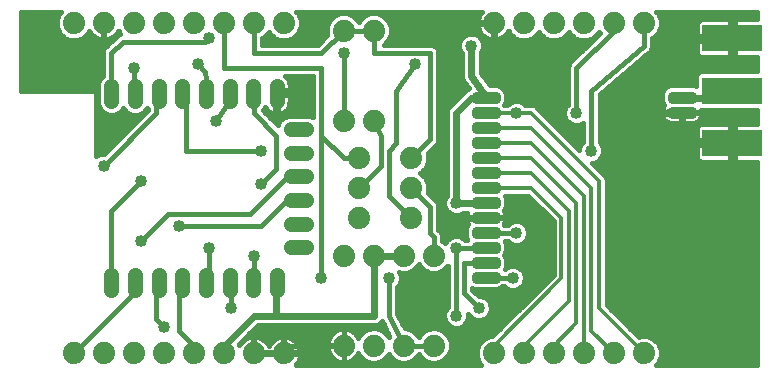
<source format=gtl>
G75*
%MOIN*%
%OFA0B0*%
%FSLAX25Y25*%
%IPPOS*%
%LPD*%
%AMOC8*
5,1,8,0,0,1.08239X$1,22.5*
%
%ADD10R,0.20000X0.09000*%
%ADD11C,0.05000*%
%ADD12C,0.02953*%
%ADD13C,0.07400*%
%ADD14C,0.02400*%
%ADD15C,0.01200*%
%ADD16C,0.01600*%
%ADD17C,0.04000*%
D10*
X0321113Y0130433D03*
X0321113Y0147833D03*
X0321113Y0165233D03*
D11*
X0178833Y0135018D02*
X0173833Y0135018D01*
X0173833Y0127144D02*
X0178833Y0127144D01*
X0178833Y0119270D02*
X0173833Y0119270D01*
X0173833Y0111396D02*
X0178833Y0111396D01*
X0178833Y0103522D02*
X0173833Y0103522D01*
X0173833Y0095648D02*
X0178833Y0095648D01*
X0169246Y0086337D02*
X0169246Y0081337D01*
X0161372Y0081337D02*
X0161372Y0086337D01*
X0153498Y0086337D02*
X0153498Y0081337D01*
X0145624Y0081337D02*
X0145624Y0086337D01*
X0137750Y0086337D02*
X0137750Y0081337D01*
X0129876Y0081337D02*
X0129876Y0086337D01*
X0122002Y0086337D02*
X0122002Y0081337D01*
X0114128Y0081337D02*
X0114128Y0086337D01*
X0114128Y0144329D02*
X0114128Y0149329D01*
X0122002Y0149329D02*
X0122002Y0144329D01*
X0129876Y0144329D02*
X0129876Y0149329D01*
X0137750Y0149329D02*
X0137750Y0144329D01*
X0145624Y0144329D02*
X0145624Y0149329D01*
X0153498Y0149329D02*
X0153498Y0144329D01*
X0161372Y0144329D02*
X0161372Y0149329D01*
X0169246Y0149329D02*
X0169246Y0144329D01*
D12*
X0235663Y0145156D02*
X0242159Y0145156D01*
X0235663Y0145156D02*
X0235663Y0146140D01*
X0242159Y0146140D01*
X0242159Y0145156D01*
X0242159Y0140156D02*
X0235663Y0140156D01*
X0235663Y0141140D01*
X0242159Y0141140D01*
X0242159Y0140156D01*
X0242159Y0135156D02*
X0235663Y0135156D01*
X0235663Y0136140D01*
X0242159Y0136140D01*
X0242159Y0135156D01*
X0242159Y0130156D02*
X0235663Y0130156D01*
X0235663Y0131140D01*
X0242159Y0131140D01*
X0242159Y0130156D01*
X0242159Y0125156D02*
X0235663Y0125156D01*
X0235663Y0126140D01*
X0242159Y0126140D01*
X0242159Y0125156D01*
X0242159Y0120156D02*
X0235663Y0120156D01*
X0235663Y0121140D01*
X0242159Y0121140D01*
X0242159Y0120156D01*
X0242159Y0115156D02*
X0235663Y0115156D01*
X0235663Y0116140D01*
X0242159Y0116140D01*
X0242159Y0115156D01*
X0242159Y0110156D02*
X0235663Y0110156D01*
X0235663Y0111140D01*
X0242159Y0111140D01*
X0242159Y0110156D01*
X0242159Y0105156D02*
X0235663Y0105156D01*
X0235663Y0106140D01*
X0242159Y0106140D01*
X0242159Y0105156D01*
X0242159Y0100156D02*
X0235663Y0100156D01*
X0235663Y0101140D01*
X0242159Y0101140D01*
X0242159Y0100156D01*
X0242159Y0095156D02*
X0235663Y0095156D01*
X0235663Y0096140D01*
X0242159Y0096140D01*
X0242159Y0095156D01*
X0242159Y0090156D02*
X0235663Y0090156D01*
X0235663Y0091140D01*
X0242159Y0091140D01*
X0242159Y0090156D01*
X0242159Y0085156D02*
X0235663Y0085156D01*
X0235663Y0086140D01*
X0242159Y0086140D01*
X0242159Y0085156D01*
X0301018Y0140156D02*
X0307514Y0140156D01*
X0301018Y0140156D02*
X0301018Y0141140D01*
X0307514Y0141140D01*
X0307514Y0140156D01*
X0307514Y0145156D02*
X0301018Y0145156D01*
X0301018Y0146140D01*
X0307514Y0146140D01*
X0307514Y0145156D01*
D13*
X0101588Y0060333D03*
X0111588Y0060333D03*
X0121588Y0060333D03*
X0131588Y0060333D03*
X0141588Y0060333D03*
X0151588Y0060333D03*
X0161588Y0060333D03*
X0171588Y0060333D03*
X0191588Y0062833D03*
X0201588Y0062833D03*
X0211588Y0062833D03*
X0221588Y0062833D03*
X0241588Y0060333D03*
X0251588Y0060333D03*
X0261588Y0060333D03*
X0271588Y0060333D03*
X0281588Y0060333D03*
X0291588Y0060333D03*
X0221588Y0092833D03*
X0211588Y0092833D03*
X0201588Y0092833D03*
X0191588Y0092833D03*
X0196588Y0105333D03*
X0214088Y0105333D03*
X0214088Y0115333D03*
X0196588Y0115333D03*
X0196588Y0125333D03*
X0214088Y0125333D03*
X0201588Y0137833D03*
X0191588Y0137833D03*
X0191588Y0167833D03*
X0201588Y0167833D03*
X0171588Y0170333D03*
X0161588Y0170333D03*
X0151588Y0170333D03*
X0141588Y0170333D03*
X0131588Y0170333D03*
X0121588Y0170333D03*
X0111588Y0170333D03*
X0101588Y0170333D03*
X0241588Y0170333D03*
X0251588Y0170333D03*
X0261588Y0170333D03*
X0271588Y0170333D03*
X0281588Y0170333D03*
X0291588Y0170333D03*
D14*
X0296588Y0157833D02*
X0304088Y0165333D01*
X0321013Y0165333D01*
X0321113Y0165233D01*
X0296588Y0157833D02*
X0296588Y0140333D01*
X0301903Y0140648D01*
X0304266Y0140648D01*
X0304266Y0135510D01*
X0304088Y0130333D01*
X0321013Y0130333D01*
X0321113Y0130433D01*
X0304266Y0140648D02*
X0303951Y0140333D01*
X0296588Y0140333D01*
X0296588Y0132833D01*
X0279088Y0132833D01*
X0269088Y0132833D02*
X0254088Y0147833D01*
X0241588Y0160333D01*
X0241588Y0170333D01*
X0231588Y0170333D01*
X0224088Y0160333D01*
X0224088Y0107833D01*
X0226588Y0105333D01*
X0238596Y0105333D01*
X0238911Y0105648D01*
X0236588Y0110333D02*
X0229088Y0110333D01*
X0229088Y0140333D01*
X0234088Y0145333D01*
X0239088Y0145333D01*
X0238911Y0145648D02*
X0239088Y0145825D01*
X0234088Y0152833D01*
X0234088Y0162833D01*
X0179088Y0147833D02*
X0171588Y0147833D01*
X0201588Y0092833D02*
X0211588Y0092833D01*
X0201588Y0092833D02*
X0201588Y0072833D01*
X0169088Y0072833D01*
X0161588Y0072833D01*
X0151588Y0062833D01*
X0151588Y0060333D01*
X0169088Y0072833D02*
X0169088Y0077833D01*
X0169246Y0083837D01*
X0306588Y0145333D02*
X0316588Y0145333D01*
D15*
X0319088Y0147833D01*
X0321113Y0147833D01*
X0306588Y0145333D02*
X0304266Y0145648D01*
X0276588Y0117833D02*
X0254088Y0140333D01*
X0249088Y0140333D01*
X0239088Y0140333D01*
X0238911Y0140648D01*
X0238911Y0135648D02*
X0239088Y0135333D01*
X0254088Y0135333D01*
X0274088Y0115333D01*
X0274088Y0067833D01*
X0281588Y0060333D01*
X0271588Y0060333D02*
X0271588Y0112833D01*
X0254088Y0130333D01*
X0239088Y0130333D01*
X0238911Y0130648D01*
X0238911Y0125648D02*
X0239088Y0125333D01*
X0254088Y0125333D01*
X0269088Y0110333D01*
X0269088Y0070333D01*
X0261588Y0062833D01*
X0261588Y0060333D01*
X0251588Y0060333D02*
X0251588Y0062833D01*
X0266588Y0077833D01*
X0266588Y0107833D01*
X0254088Y0120333D01*
X0239088Y0120333D01*
X0238911Y0120648D01*
X0238911Y0115648D02*
X0239088Y0115333D01*
X0254088Y0115333D01*
X0264088Y0105333D01*
X0264088Y0085333D01*
X0241588Y0062833D01*
X0241588Y0060333D01*
X0276588Y0075333D02*
X0291588Y0060333D01*
X0276588Y0075333D02*
X0276588Y0117833D01*
X0238911Y0110648D02*
X0236588Y0110333D01*
X0238911Y0100648D02*
X0236588Y0100333D01*
X0236588Y0095333D02*
X0238911Y0095648D01*
X0238911Y0090648D02*
X0236588Y0090333D01*
X0238911Y0085648D02*
X0239088Y0085333D01*
X0176333Y0111396D02*
X0174088Y0110333D01*
X0171588Y0110333D01*
X0176333Y0119270D02*
X0174088Y0120333D01*
X0161588Y0145333D02*
X0161372Y0146829D01*
X0154088Y0145333D02*
X0153498Y0146829D01*
X0146588Y0145333D02*
X0145624Y0146829D01*
X0139088Y0145333D02*
X0137750Y0146829D01*
X0129876Y0146829D02*
X0129088Y0145333D01*
X0122002Y0146829D02*
X0121588Y0147833D01*
X0114088Y0147833D02*
X0114128Y0146829D01*
X0191588Y0155333D02*
X0191588Y0160333D01*
X0238911Y0145648D02*
X0239088Y0145333D01*
X0161588Y0085333D02*
X0161372Y0083837D01*
X0154088Y0082833D02*
X0153498Y0083837D01*
X0146588Y0085333D02*
X0145624Y0083837D01*
X0137750Y0083837D02*
X0136588Y0082833D01*
X0129876Y0083837D02*
X0129088Y0082833D01*
X0122002Y0083837D02*
X0121588Y0082833D01*
X0121588Y0080333D01*
X0114128Y0083837D02*
X0114088Y0085333D01*
D16*
X0114088Y0107833D01*
X0124088Y0117833D01*
X0111588Y0122833D02*
X0129088Y0140333D01*
X0129088Y0145333D01*
X0121588Y0147833D02*
X0121588Y0155333D01*
X0114088Y0160333D02*
X0117838Y0164083D01*
X0145338Y0164083D01*
X0146588Y0165333D01*
X0151588Y0170333D02*
X0151588Y0155333D01*
X0184088Y0155333D01*
X0184088Y0132833D01*
X0184088Y0085333D01*
X0161588Y0085333D02*
X0161588Y0092833D01*
X0146588Y0095333D02*
X0146588Y0085333D01*
X0154088Y0082833D02*
X0154088Y0075333D01*
X0162914Y0069633D02*
X0202225Y0069633D01*
X0203401Y0070120D01*
X0204301Y0071021D01*
X0204330Y0071090D01*
X0206814Y0066120D01*
X0206756Y0066062D01*
X0206588Y0065657D01*
X0206421Y0066062D01*
X0204817Y0067666D01*
X0202722Y0068533D01*
X0200455Y0068533D01*
X0198360Y0067666D01*
X0196756Y0066062D01*
X0196469Y0065369D01*
X0196292Y0065716D01*
X0195784Y0066416D01*
X0195171Y0067028D01*
X0194471Y0067537D01*
X0193700Y0067930D01*
X0192876Y0068198D01*
X0192021Y0068333D01*
X0191674Y0068333D01*
X0191674Y0062919D01*
X0191503Y0062919D01*
X0191503Y0068333D01*
X0191156Y0068333D01*
X0190300Y0068198D01*
X0189477Y0067930D01*
X0188706Y0067537D01*
X0188005Y0067028D01*
X0187393Y0066416D01*
X0186884Y0065716D01*
X0186491Y0064945D01*
X0186224Y0064121D01*
X0186088Y0063266D01*
X0186088Y0062919D01*
X0191502Y0062919D01*
X0191502Y0062747D01*
X0186088Y0062747D01*
X0186088Y0062400D01*
X0186224Y0061545D01*
X0186491Y0060722D01*
X0186884Y0059951D01*
X0187393Y0059250D01*
X0188005Y0058638D01*
X0188706Y0058129D01*
X0189477Y0057736D01*
X0190300Y0057469D01*
X0191156Y0057333D01*
X0191503Y0057333D01*
X0191503Y0062747D01*
X0191674Y0062747D01*
X0191674Y0057333D01*
X0192021Y0057333D01*
X0192876Y0057469D01*
X0193700Y0057736D01*
X0194471Y0058129D01*
X0195171Y0058638D01*
X0195784Y0059250D01*
X0196292Y0059951D01*
X0196469Y0060298D01*
X0196756Y0059605D01*
X0198360Y0058001D01*
X0200455Y0057133D01*
X0202722Y0057133D01*
X0204817Y0058001D01*
X0206421Y0059605D01*
X0206588Y0060010D01*
X0206756Y0059605D01*
X0208360Y0058001D01*
X0210455Y0057133D01*
X0212722Y0057133D01*
X0214817Y0058001D01*
X0216421Y0059605D01*
X0216588Y0060010D01*
X0216756Y0059605D01*
X0218360Y0058001D01*
X0220455Y0057133D01*
X0222722Y0057133D01*
X0224817Y0058001D01*
X0226421Y0059605D01*
X0227288Y0061700D01*
X0227288Y0063967D01*
X0226421Y0066062D01*
X0224817Y0067666D01*
X0222722Y0068533D01*
X0220455Y0068533D01*
X0218360Y0067666D01*
X0216756Y0066062D01*
X0216588Y0065657D01*
X0216421Y0066062D01*
X0214817Y0067666D01*
X0212722Y0068533D01*
X0211869Y0068533D01*
X0209388Y0073494D01*
X0209388Y0082476D01*
X0209979Y0083068D01*
X0210588Y0084538D01*
X0210588Y0086129D01*
X0210114Y0087274D01*
X0210455Y0087133D01*
X0212722Y0087133D01*
X0214817Y0088001D01*
X0216421Y0089605D01*
X0216588Y0090010D01*
X0216756Y0089605D01*
X0218360Y0088001D01*
X0220455Y0087133D01*
X0222722Y0087133D01*
X0224817Y0088001D01*
X0226288Y0089472D01*
X0226288Y0075690D01*
X0225697Y0075099D01*
X0225088Y0073629D01*
X0225088Y0072038D01*
X0225697Y0070568D01*
X0226823Y0069442D01*
X0228293Y0068833D01*
X0229884Y0068833D01*
X0231354Y0069442D01*
X0232479Y0070568D01*
X0233088Y0072038D01*
X0233088Y0073331D01*
X0233197Y0073068D01*
X0234323Y0071942D01*
X0235793Y0071333D01*
X0237384Y0071333D01*
X0238854Y0071942D01*
X0239979Y0073068D01*
X0240588Y0074538D01*
X0240588Y0076129D01*
X0239979Y0077599D01*
X0238854Y0078724D01*
X0237384Y0079333D01*
X0236548Y0079333D01*
X0234388Y0081493D01*
X0234388Y0081921D01*
X0234972Y0081680D01*
X0242851Y0081680D01*
X0244128Y0082209D01*
X0244453Y0082533D01*
X0244982Y0082533D01*
X0245573Y0081942D01*
X0247043Y0081333D01*
X0248634Y0081333D01*
X0250104Y0081942D01*
X0251229Y0083068D01*
X0251838Y0084538D01*
X0251838Y0086129D01*
X0251229Y0087599D01*
X0250104Y0088724D01*
X0248634Y0089333D01*
X0247043Y0089333D01*
X0245573Y0088724D01*
X0245157Y0088309D01*
X0245636Y0089465D01*
X0245636Y0091832D01*
X0245106Y0093110D01*
X0245068Y0093148D01*
X0245106Y0093187D01*
X0245636Y0094465D01*
X0245636Y0096832D01*
X0245345Y0097533D01*
X0246232Y0097533D01*
X0246823Y0096942D01*
X0248293Y0096333D01*
X0249884Y0096333D01*
X0251354Y0096942D01*
X0252479Y0098068D01*
X0253088Y0099538D01*
X0253088Y0101129D01*
X0252479Y0102599D01*
X0251354Y0103724D01*
X0249884Y0104333D01*
X0248293Y0104333D01*
X0246823Y0103724D01*
X0246232Y0103133D01*
X0245083Y0103133D01*
X0244882Y0103334D01*
X0245063Y0103604D01*
X0245310Y0104200D01*
X0245436Y0104833D01*
X0245436Y0105464D01*
X0239096Y0105464D01*
X0239096Y0105833D01*
X0245436Y0105833D01*
X0245436Y0106463D01*
X0245310Y0107096D01*
X0245063Y0107692D01*
X0244882Y0107963D01*
X0245106Y0108187D01*
X0245636Y0109465D01*
X0245636Y0111832D01*
X0245262Y0112733D01*
X0253011Y0112733D01*
X0261488Y0104256D01*
X0261488Y0086410D01*
X0241111Y0066033D01*
X0240455Y0066033D01*
X0238360Y0065166D01*
X0236756Y0063562D01*
X0235888Y0061467D01*
X0235888Y0059200D01*
X0236756Y0057105D01*
X0237377Y0056483D01*
X0175517Y0056483D01*
X0175784Y0056750D01*
X0176292Y0057451D01*
X0176685Y0058222D01*
X0176953Y0059045D01*
X0177088Y0059900D01*
X0177088Y0060133D01*
X0171788Y0060133D01*
X0171788Y0060533D01*
X0171388Y0060533D01*
X0171388Y0060133D01*
X0161788Y0060133D01*
X0161788Y0060533D01*
X0161388Y0060533D01*
X0161388Y0065833D01*
X0161156Y0065833D01*
X0160300Y0065698D01*
X0159477Y0065430D01*
X0158706Y0065037D01*
X0158005Y0064528D01*
X0157393Y0063916D01*
X0156884Y0063216D01*
X0156708Y0062869D01*
X0156544Y0063264D01*
X0162914Y0069633D01*
X0161750Y0068470D02*
X0200302Y0068470D01*
X0202875Y0068470D02*
X0205640Y0068470D01*
X0205611Y0066871D02*
X0206439Y0066871D01*
X0212875Y0068470D02*
X0220302Y0068470D01*
X0222875Y0068470D02*
X0243548Y0068470D01*
X0241950Y0066871D02*
X0225611Y0066871D01*
X0226748Y0065273D02*
X0238619Y0065273D01*
X0236868Y0063674D02*
X0227288Y0063674D01*
X0227288Y0062076D02*
X0236141Y0062076D01*
X0235888Y0060477D02*
X0226782Y0060477D01*
X0225695Y0058879D02*
X0236021Y0058879D01*
X0236683Y0057280D02*
X0223077Y0057280D01*
X0220100Y0057280D02*
X0213077Y0057280D01*
X0210100Y0057280D02*
X0203077Y0057280D01*
X0200100Y0057280D02*
X0176169Y0057280D01*
X0176899Y0058879D02*
X0187765Y0058879D01*
X0186616Y0060477D02*
X0171788Y0060477D01*
X0171788Y0060533D02*
X0177088Y0060533D01*
X0177088Y0060766D01*
X0176953Y0061621D01*
X0176685Y0062445D01*
X0176292Y0063216D01*
X0175784Y0063916D01*
X0175171Y0064528D01*
X0174471Y0065037D01*
X0173700Y0065430D01*
X0172876Y0065698D01*
X0172021Y0065833D01*
X0171788Y0065833D01*
X0171788Y0060533D01*
X0171588Y0060333D02*
X0174088Y0062833D01*
X0191588Y0062833D01*
X0191588Y0056583D01*
X0230338Y0056583D01*
X0257838Y0086583D01*
X0257838Y0100333D01*
X0252838Y0105333D01*
X0238911Y0105648D01*
X0238727Y0105464D02*
X0232387Y0105464D01*
X0232387Y0104833D01*
X0232513Y0104200D01*
X0232760Y0103604D01*
X0232940Y0103334D01*
X0232716Y0103110D01*
X0232187Y0101832D01*
X0232187Y0099465D01*
X0232716Y0098187D01*
X0232755Y0098148D01*
X0232740Y0098133D01*
X0231945Y0098133D01*
X0231354Y0098724D01*
X0229884Y0099333D01*
X0228293Y0099333D01*
X0226823Y0098724D01*
X0225697Y0097599D01*
X0225459Y0097024D01*
X0224817Y0097666D01*
X0224388Y0097843D01*
X0224388Y0099640D01*
X0223962Y0100669D01*
X0223174Y0101457D01*
X0223138Y0101493D01*
X0223138Y0109640D01*
X0222712Y0110669D01*
X0221924Y0111457D01*
X0219611Y0113771D01*
X0219788Y0114200D01*
X0219788Y0116467D01*
X0218921Y0118562D01*
X0217317Y0120166D01*
X0216912Y0120333D01*
X0217317Y0120501D01*
X0218921Y0122105D01*
X0219788Y0124200D01*
X0219788Y0126467D01*
X0219611Y0126896D01*
X0222712Y0129997D01*
X0223138Y0131026D01*
X0223138Y0160890D01*
X0222712Y0161919D01*
X0221924Y0162707D01*
X0220895Y0163133D01*
X0204949Y0163133D01*
X0206421Y0164605D01*
X0207288Y0166700D01*
X0207288Y0168967D01*
X0206421Y0171062D01*
X0204817Y0172666D01*
X0202722Y0173533D01*
X0200455Y0173533D01*
X0198360Y0172666D01*
X0196756Y0171062D01*
X0196588Y0170657D01*
X0196421Y0171062D01*
X0194817Y0172666D01*
X0192722Y0173533D01*
X0190455Y0173533D01*
X0188360Y0172666D01*
X0186756Y0171062D01*
X0185888Y0168967D01*
X0185888Y0166700D01*
X0186066Y0166271D01*
X0182929Y0163133D01*
X0164388Y0163133D01*
X0164388Y0165323D01*
X0164817Y0165501D01*
X0166421Y0167105D01*
X0166588Y0167510D01*
X0166756Y0167105D01*
X0168360Y0165501D01*
X0170455Y0164633D01*
X0172722Y0164633D01*
X0174817Y0165501D01*
X0176421Y0167105D01*
X0177288Y0169200D01*
X0177288Y0171467D01*
X0176421Y0173562D01*
X0175799Y0174183D01*
X0237660Y0174183D01*
X0237393Y0173916D01*
X0236884Y0173216D01*
X0236491Y0172445D01*
X0236224Y0171621D01*
X0236088Y0170766D01*
X0236088Y0170533D01*
X0241388Y0170533D01*
X0241388Y0170133D01*
X0241788Y0170133D01*
X0241788Y0164833D01*
X0242021Y0164833D01*
X0242876Y0164969D01*
X0243700Y0165236D01*
X0244471Y0165629D01*
X0245171Y0166138D01*
X0245784Y0166750D01*
X0246292Y0167451D01*
X0246469Y0167798D01*
X0246756Y0167105D01*
X0248360Y0165501D01*
X0250455Y0164633D01*
X0252722Y0164633D01*
X0254817Y0165501D01*
X0256421Y0167105D01*
X0256588Y0167510D01*
X0256756Y0167105D01*
X0258360Y0165501D01*
X0260455Y0164633D01*
X0262722Y0164633D01*
X0264817Y0165501D01*
X0266421Y0167105D01*
X0266588Y0167510D01*
X0266756Y0167105D01*
X0268360Y0165501D01*
X0270455Y0164633D01*
X0272722Y0164633D01*
X0274817Y0165501D01*
X0276421Y0167105D01*
X0276588Y0167510D01*
X0276756Y0167105D01*
X0276828Y0167033D01*
X0266715Y0156919D01*
X0266288Y0155890D01*
X0266288Y0143190D01*
X0265697Y0142599D01*
X0265088Y0141129D01*
X0265088Y0139538D01*
X0265697Y0138068D01*
X0266823Y0136942D01*
X0268293Y0136333D01*
X0269884Y0136333D01*
X0271288Y0136915D01*
X0271288Y0130690D01*
X0270697Y0130099D01*
X0270088Y0128629D01*
X0270088Y0128010D01*
X0256293Y0141806D01*
X0255561Y0142537D01*
X0254606Y0142933D01*
X0252145Y0142933D01*
X0251354Y0143724D01*
X0249884Y0144333D01*
X0248293Y0144333D01*
X0246823Y0143724D01*
X0246032Y0142933D01*
X0245179Y0142933D01*
X0245106Y0143110D01*
X0245068Y0143148D01*
X0245106Y0143187D01*
X0245636Y0144465D01*
X0245636Y0146832D01*
X0245106Y0148110D01*
X0244128Y0149088D01*
X0242851Y0149617D01*
X0240314Y0149617D01*
X0237288Y0153858D01*
X0237288Y0160376D01*
X0237479Y0160568D01*
X0238088Y0162038D01*
X0238088Y0163629D01*
X0237479Y0165099D01*
X0236354Y0166224D01*
X0234884Y0166833D01*
X0233293Y0166833D01*
X0231823Y0166224D01*
X0230697Y0165099D01*
X0230088Y0163629D01*
X0230088Y0162038D01*
X0230697Y0160568D01*
X0230888Y0160376D01*
X0230888Y0153099D01*
X0230827Y0152733D01*
X0230888Y0152469D01*
X0230888Y0152197D01*
X0231030Y0151854D01*
X0231114Y0151493D01*
X0231272Y0151272D01*
X0231376Y0151021D01*
X0231638Y0150758D01*
X0233190Y0148583D01*
X0232919Y0148313D01*
X0232276Y0148046D01*
X0227276Y0143046D01*
X0226376Y0142146D01*
X0225888Y0140970D01*
X0225888Y0112790D01*
X0225697Y0112599D01*
X0225088Y0111129D01*
X0225088Y0109538D01*
X0225697Y0108068D01*
X0226823Y0106942D01*
X0228293Y0106333D01*
X0229884Y0106333D01*
X0231354Y0106942D01*
X0231545Y0107133D01*
X0232528Y0107133D01*
X0232513Y0107096D01*
X0232387Y0106463D01*
X0232387Y0105833D01*
X0238727Y0105833D01*
X0238727Y0105464D01*
X0232746Y0103637D02*
X0223138Y0103637D01*
X0223138Y0102039D02*
X0232272Y0102039D01*
X0232187Y0100440D02*
X0224057Y0100440D01*
X0224388Y0098842D02*
X0227106Y0098842D01*
X0225550Y0097243D02*
X0225240Y0097243D01*
X0221588Y0099083D02*
X0221588Y0092833D01*
X0217110Y0089251D02*
X0216067Y0089251D01*
X0213975Y0087652D02*
X0219202Y0087652D01*
X0223975Y0087652D02*
X0226288Y0087652D01*
X0226288Y0086054D02*
X0210588Y0086054D01*
X0210554Y0084455D02*
X0226288Y0084455D01*
X0226288Y0082857D02*
X0209768Y0082857D01*
X0209388Y0081258D02*
X0226288Y0081258D01*
X0226288Y0079660D02*
X0209388Y0079660D01*
X0209388Y0078061D02*
X0226288Y0078061D01*
X0226288Y0076462D02*
X0209388Y0076462D01*
X0209388Y0074864D02*
X0225600Y0074864D01*
X0225088Y0073265D02*
X0209503Y0073265D01*
X0210302Y0071667D02*
X0225242Y0071667D01*
X0226196Y0070068D02*
X0211101Y0070068D01*
X0206588Y0072833D02*
X0206588Y0085333D01*
X0226067Y0089251D02*
X0226288Y0089251D01*
X0231588Y0090333D02*
X0236588Y0090333D01*
X0231588Y0090333D02*
X0231588Y0080333D01*
X0236588Y0075333D01*
X0239518Y0078061D02*
X0253139Y0078061D01*
X0251541Y0076462D02*
X0240450Y0076462D01*
X0240588Y0074864D02*
X0249942Y0074864D01*
X0248344Y0073265D02*
X0240061Y0073265D01*
X0238189Y0071667D02*
X0246745Y0071667D01*
X0245147Y0070068D02*
X0231980Y0070068D01*
X0232935Y0071667D02*
X0234987Y0071667D01*
X0233115Y0073265D02*
X0233088Y0073265D01*
X0229088Y0072833D02*
X0229088Y0095333D01*
X0236588Y0095333D01*
X0232445Y0098842D02*
X0231071Y0098842D01*
X0236588Y0100333D02*
X0249088Y0100333D01*
X0252800Y0098842D02*
X0261488Y0098842D01*
X0261488Y0100440D02*
X0253088Y0100440D01*
X0252712Y0102039D02*
X0261488Y0102039D01*
X0261488Y0103637D02*
X0251441Y0103637D01*
X0246735Y0103637D02*
X0245076Y0103637D01*
X0245436Y0105236D02*
X0260509Y0105236D01*
X0258911Y0106834D02*
X0245362Y0106834D01*
X0245208Y0108433D02*
X0257312Y0108433D01*
X0255714Y0110031D02*
X0245636Y0110031D01*
X0245636Y0111630D02*
X0254115Y0111630D01*
X0232461Y0106834D02*
X0231093Y0106834D01*
X0232387Y0105236D02*
X0223138Y0105236D01*
X0223138Y0106834D02*
X0227084Y0106834D01*
X0225546Y0108433D02*
X0223138Y0108433D01*
X0222976Y0110031D02*
X0225088Y0110031D01*
X0225296Y0111630D02*
X0221752Y0111630D01*
X0220153Y0113228D02*
X0225888Y0113228D01*
X0225888Y0114827D02*
X0219788Y0114827D01*
X0219788Y0116425D02*
X0225888Y0116425D01*
X0225888Y0118024D02*
X0219144Y0118024D01*
X0217860Y0119622D02*
X0225888Y0119622D01*
X0225888Y0121221D02*
X0218037Y0121221D01*
X0219217Y0122819D02*
X0225888Y0122819D01*
X0225888Y0124418D02*
X0219788Y0124418D01*
X0219788Y0126016D02*
X0225888Y0126016D01*
X0225888Y0127615D02*
X0220330Y0127615D01*
X0221928Y0129213D02*
X0225888Y0129213D01*
X0225888Y0130812D02*
X0223050Y0130812D01*
X0223138Y0132410D02*
X0225888Y0132410D01*
X0225888Y0134009D02*
X0223138Y0134009D01*
X0223138Y0135607D02*
X0225888Y0135607D01*
X0225888Y0137206D02*
X0223138Y0137206D01*
X0223138Y0138804D02*
X0225888Y0138804D01*
X0225888Y0140403D02*
X0223138Y0140403D01*
X0223138Y0142001D02*
X0226316Y0142001D01*
X0227830Y0143600D02*
X0223138Y0143600D01*
X0223138Y0145198D02*
X0229428Y0145198D01*
X0231027Y0146797D02*
X0223138Y0146797D01*
X0223138Y0148395D02*
X0233002Y0148395D01*
X0232183Y0149994D02*
X0223138Y0149994D01*
X0223138Y0151593D02*
X0231091Y0151593D01*
X0230888Y0153191D02*
X0223138Y0153191D01*
X0223138Y0154790D02*
X0230888Y0154790D01*
X0230888Y0156388D02*
X0223138Y0156388D01*
X0223138Y0157987D02*
X0230888Y0157987D01*
X0230888Y0159585D02*
X0223138Y0159585D01*
X0223017Y0161184D02*
X0230442Y0161184D01*
X0230088Y0162782D02*
X0221743Y0162782D01*
X0220338Y0160333D02*
X0201588Y0160333D01*
X0201588Y0167833D01*
X0191588Y0167833D01*
X0184088Y0160333D01*
X0161588Y0160333D01*
X0161588Y0170333D01*
X0165295Y0165979D02*
X0167882Y0165979D01*
X0164388Y0164381D02*
X0184176Y0164381D01*
X0185774Y0165979D02*
X0175295Y0165979D01*
X0176617Y0167578D02*
X0185888Y0167578D01*
X0185975Y0169176D02*
X0177279Y0169176D01*
X0177288Y0170775D02*
X0186637Y0170775D01*
X0188067Y0172373D02*
X0176913Y0172373D01*
X0176011Y0173972D02*
X0237449Y0173972D01*
X0236468Y0172373D02*
X0205110Y0172373D01*
X0206540Y0170775D02*
X0236090Y0170775D01*
X0236088Y0170133D02*
X0236088Y0169900D01*
X0236224Y0169045D01*
X0236491Y0168222D01*
X0236884Y0167451D01*
X0237393Y0166750D01*
X0238005Y0166138D01*
X0238706Y0165629D01*
X0239477Y0165236D01*
X0240300Y0164969D01*
X0241156Y0164833D01*
X0241388Y0164833D01*
X0241388Y0170133D01*
X0236088Y0170133D01*
X0236203Y0169176D02*
X0207202Y0169176D01*
X0207288Y0167578D02*
X0236820Y0167578D01*
X0236599Y0165979D02*
X0238224Y0165979D01*
X0237777Y0164381D02*
X0274176Y0164381D01*
X0275295Y0165979D02*
X0275774Y0165979D01*
X0281588Y0167833D02*
X0281588Y0170333D01*
X0281588Y0167833D02*
X0269088Y0155333D01*
X0269088Y0140333D01*
X0265392Y0138804D02*
X0259294Y0138804D01*
X0260893Y0137206D02*
X0266559Y0137206D01*
X0265088Y0140403D02*
X0257696Y0140403D01*
X0256097Y0142001D02*
X0265450Y0142001D01*
X0266288Y0143600D02*
X0251479Y0143600D01*
X0246698Y0143600D02*
X0245277Y0143600D01*
X0245636Y0145198D02*
X0266288Y0145198D01*
X0266288Y0146797D02*
X0245636Y0146797D01*
X0244821Y0148395D02*
X0266288Y0148395D01*
X0266288Y0149994D02*
X0240045Y0149994D01*
X0238905Y0151593D02*
X0266288Y0151593D01*
X0266288Y0153191D02*
X0237764Y0153191D01*
X0237288Y0154790D02*
X0266288Y0154790D01*
X0266495Y0156388D02*
X0237288Y0156388D01*
X0237288Y0157987D02*
X0267782Y0157987D01*
X0269380Y0159585D02*
X0237288Y0159585D01*
X0237735Y0161184D02*
X0270979Y0161184D01*
X0272577Y0162782D02*
X0238088Y0162782D01*
X0241388Y0165979D02*
X0241788Y0165979D01*
X0241788Y0167578D02*
X0241388Y0167578D01*
X0241388Y0169176D02*
X0241788Y0169176D01*
X0244952Y0165979D02*
X0247882Y0165979D01*
X0246560Y0167578D02*
X0246357Y0167578D01*
X0255295Y0165979D02*
X0257882Y0165979D01*
X0265295Y0165979D02*
X0267882Y0165979D01*
X0274088Y0147833D02*
X0291588Y0162833D01*
X0291588Y0170333D01*
X0296913Y0172373D02*
X0329188Y0172373D01*
X0329188Y0171533D02*
X0321913Y0171533D01*
X0321913Y0166033D01*
X0320313Y0166033D01*
X0320313Y0164433D01*
X0309313Y0164433D01*
X0309313Y0160496D01*
X0309436Y0160039D01*
X0309673Y0159628D01*
X0310008Y0159293D01*
X0310419Y0159056D01*
X0310876Y0158933D01*
X0320313Y0158933D01*
X0320313Y0164433D01*
X0321913Y0164433D01*
X0321913Y0158933D01*
X0329188Y0158933D01*
X0329188Y0154333D01*
X0310285Y0154333D01*
X0309113Y0153162D01*
X0309113Y0149241D01*
X0308205Y0149617D01*
X0300326Y0149617D01*
X0299048Y0149088D01*
X0298070Y0148110D01*
X0297541Y0146832D01*
X0297541Y0144465D01*
X0298070Y0143187D01*
X0298295Y0142963D01*
X0298114Y0142692D01*
X0297867Y0142096D01*
X0297741Y0141463D01*
X0297741Y0140833D01*
X0304081Y0140833D01*
X0304081Y0140464D01*
X0297741Y0140464D01*
X0297741Y0139833D01*
X0297867Y0139200D01*
X0298114Y0138604D01*
X0298473Y0138068D01*
X0298929Y0137611D01*
X0299466Y0137253D01*
X0300062Y0137006D01*
X0300695Y0136880D01*
X0304081Y0136880D01*
X0304081Y0140464D01*
X0304450Y0140464D01*
X0304450Y0140833D01*
X0310790Y0140833D01*
X0310790Y0141333D01*
X0329188Y0141333D01*
X0329188Y0136733D01*
X0321913Y0136733D01*
X0321913Y0131233D01*
X0320313Y0131233D01*
X0320313Y0129633D01*
X0309313Y0129633D01*
X0309313Y0125696D01*
X0309436Y0125239D01*
X0309673Y0124828D01*
X0310008Y0124493D01*
X0310419Y0124256D01*
X0310876Y0124133D01*
X0320313Y0124133D01*
X0320313Y0129633D01*
X0321913Y0129633D01*
X0321913Y0124133D01*
X0329188Y0124133D01*
X0329188Y0056483D01*
X0295799Y0056483D01*
X0296421Y0057105D01*
X0297288Y0059200D01*
X0297288Y0061467D01*
X0296421Y0063562D01*
X0294817Y0065166D01*
X0292722Y0066033D01*
X0290455Y0066033D01*
X0289826Y0065773D01*
X0279188Y0076410D01*
X0279188Y0118351D01*
X0278793Y0119306D01*
X0278061Y0120037D01*
X0274265Y0123833D01*
X0274884Y0123833D01*
X0276354Y0124442D01*
X0277479Y0125568D01*
X0278088Y0127038D01*
X0278088Y0128629D01*
X0277479Y0130099D01*
X0276888Y0130690D01*
X0276888Y0146546D01*
X0293072Y0160417D01*
X0293174Y0160460D01*
X0293492Y0160777D01*
X0293833Y0161070D01*
X0293884Y0161169D01*
X0293962Y0161247D01*
X0294134Y0161662D01*
X0294337Y0162063D01*
X0294346Y0162174D01*
X0294388Y0162276D01*
X0294388Y0162726D01*
X0294423Y0163174D01*
X0294388Y0163279D01*
X0294388Y0165323D01*
X0294817Y0165501D01*
X0296421Y0167105D01*
X0297288Y0169200D01*
X0297288Y0171467D01*
X0296421Y0173562D01*
X0295799Y0174183D01*
X0329188Y0174183D01*
X0329188Y0171533D01*
X0329188Y0173972D02*
X0296011Y0173972D01*
X0297288Y0170775D02*
X0309636Y0170775D01*
X0309673Y0170839D02*
X0309436Y0170428D01*
X0309313Y0169970D01*
X0309313Y0166033D01*
X0320313Y0166033D01*
X0320313Y0171533D01*
X0310876Y0171533D01*
X0310419Y0171411D01*
X0310008Y0171174D01*
X0309673Y0170839D01*
X0309313Y0169176D02*
X0297279Y0169176D01*
X0296617Y0167578D02*
X0309313Y0167578D01*
X0309313Y0164381D02*
X0294388Y0164381D01*
X0294393Y0162782D02*
X0309313Y0162782D01*
X0309313Y0161184D02*
X0293898Y0161184D01*
X0292101Y0159585D02*
X0309716Y0159585D01*
X0320313Y0159585D02*
X0321913Y0159585D01*
X0321913Y0161184D02*
X0320313Y0161184D01*
X0320313Y0162782D02*
X0321913Y0162782D01*
X0321913Y0164381D02*
X0320313Y0164381D01*
X0320313Y0165979D02*
X0295295Y0165979D01*
X0290236Y0157987D02*
X0329188Y0157987D01*
X0329188Y0156388D02*
X0288371Y0156388D01*
X0286506Y0154790D02*
X0329188Y0154790D01*
X0309143Y0153191D02*
X0284641Y0153191D01*
X0282777Y0151593D02*
X0309113Y0151593D01*
X0309113Y0149994D02*
X0280912Y0149994D01*
X0279047Y0148395D02*
X0298356Y0148395D01*
X0297541Y0146797D02*
X0277182Y0146797D01*
X0276888Y0145198D02*
X0297541Y0145198D01*
X0297899Y0143600D02*
X0276888Y0143600D01*
X0276888Y0142001D02*
X0297848Y0142001D01*
X0297741Y0140403D02*
X0276888Y0140403D01*
X0276888Y0138804D02*
X0298031Y0138804D01*
X0299578Y0137206D02*
X0276888Y0137206D01*
X0276888Y0135607D02*
X0309431Y0135607D01*
X0309436Y0135628D02*
X0309313Y0135170D01*
X0309313Y0131233D01*
X0320313Y0131233D01*
X0320313Y0136733D01*
X0310876Y0136733D01*
X0310419Y0136611D01*
X0310008Y0136374D01*
X0309673Y0136039D01*
X0309436Y0135628D01*
X0309313Y0134009D02*
X0276888Y0134009D01*
X0276888Y0132410D02*
X0309313Y0132410D01*
X0309313Y0129213D02*
X0277846Y0129213D01*
X0278088Y0127615D02*
X0309313Y0127615D01*
X0309313Y0126016D02*
X0277665Y0126016D01*
X0276295Y0124418D02*
X0310138Y0124418D01*
X0320313Y0124418D02*
X0321913Y0124418D01*
X0321913Y0126016D02*
X0320313Y0126016D01*
X0320313Y0127615D02*
X0321913Y0127615D01*
X0321913Y0129213D02*
X0320313Y0129213D01*
X0320313Y0130812D02*
X0276888Y0130812D01*
X0274088Y0127833D02*
X0274088Y0147833D01*
X0271288Y0135607D02*
X0262491Y0135607D01*
X0264090Y0134009D02*
X0271288Y0134009D01*
X0271288Y0132410D02*
X0265688Y0132410D01*
X0267287Y0130812D02*
X0271288Y0130812D01*
X0270330Y0129213D02*
X0268885Y0129213D01*
X0275279Y0122819D02*
X0329188Y0122819D01*
X0329188Y0121221D02*
X0276878Y0121221D01*
X0278061Y0120037D02*
X0278061Y0120037D01*
X0278476Y0119622D02*
X0329188Y0119622D01*
X0329188Y0118024D02*
X0279188Y0118024D01*
X0279188Y0116425D02*
X0329188Y0116425D01*
X0329188Y0114827D02*
X0279188Y0114827D01*
X0279188Y0113228D02*
X0329188Y0113228D01*
X0329188Y0111630D02*
X0279188Y0111630D01*
X0279188Y0110031D02*
X0329188Y0110031D01*
X0329188Y0108433D02*
X0279188Y0108433D01*
X0279188Y0106834D02*
X0329188Y0106834D01*
X0329188Y0105236D02*
X0279188Y0105236D01*
X0279188Y0103637D02*
X0329188Y0103637D01*
X0329188Y0102039D02*
X0279188Y0102039D01*
X0279188Y0100440D02*
X0329188Y0100440D01*
X0329188Y0098842D02*
X0279188Y0098842D01*
X0279188Y0097243D02*
X0329188Y0097243D01*
X0329188Y0095645D02*
X0279188Y0095645D01*
X0279188Y0094046D02*
X0329188Y0094046D01*
X0329188Y0092448D02*
X0279188Y0092448D01*
X0279188Y0090849D02*
X0329188Y0090849D01*
X0329188Y0089251D02*
X0279188Y0089251D01*
X0279188Y0087652D02*
X0329188Y0087652D01*
X0329188Y0086054D02*
X0279188Y0086054D01*
X0279188Y0084455D02*
X0329188Y0084455D01*
X0329188Y0082857D02*
X0279188Y0082857D01*
X0279188Y0081258D02*
X0329188Y0081258D01*
X0329188Y0079660D02*
X0279188Y0079660D01*
X0279188Y0078061D02*
X0329188Y0078061D01*
X0329188Y0076462D02*
X0279188Y0076462D01*
X0280735Y0074864D02*
X0329188Y0074864D01*
X0329188Y0073265D02*
X0282333Y0073265D01*
X0283932Y0071667D02*
X0329188Y0071667D01*
X0329188Y0070068D02*
X0285530Y0070068D01*
X0287129Y0068470D02*
X0329188Y0068470D01*
X0329188Y0066871D02*
X0288727Y0066871D01*
X0294558Y0065273D02*
X0329188Y0065273D01*
X0329188Y0063674D02*
X0296308Y0063674D01*
X0297036Y0062076D02*
X0329188Y0062076D01*
X0329188Y0060477D02*
X0297288Y0060477D01*
X0297156Y0058879D02*
X0329188Y0058879D01*
X0329188Y0057280D02*
X0296493Y0057280D01*
X0254738Y0079660D02*
X0236222Y0079660D01*
X0234623Y0081258D02*
X0256336Y0081258D01*
X0257935Y0082857D02*
X0251018Y0082857D01*
X0251804Y0084455D02*
X0259533Y0084455D01*
X0261132Y0086054D02*
X0251838Y0086054D01*
X0251177Y0087652D02*
X0261488Y0087652D01*
X0261488Y0089251D02*
X0248834Y0089251D01*
X0246843Y0089251D02*
X0245547Y0089251D01*
X0245636Y0090849D02*
X0261488Y0090849D01*
X0261488Y0092448D02*
X0245381Y0092448D01*
X0245462Y0094046D02*
X0261488Y0094046D01*
X0261488Y0095645D02*
X0245636Y0095645D01*
X0245465Y0097243D02*
X0246522Y0097243D01*
X0251655Y0097243D02*
X0261488Y0097243D01*
X0247838Y0085333D02*
X0239088Y0085333D01*
X0221588Y0099083D02*
X0220338Y0100333D01*
X0220338Y0109083D01*
X0214088Y0115333D01*
X0206588Y0112833D02*
X0214088Y0105333D01*
X0206588Y0112833D02*
X0206588Y0127833D01*
X0209088Y0130333D01*
X0209088Y0147833D01*
X0215338Y0156583D01*
X0220338Y0160333D02*
X0220338Y0131583D01*
X0214088Y0125333D01*
X0204088Y0122833D02*
X0204088Y0132833D01*
X0201588Y0137833D01*
X0191588Y0137833D02*
X0191588Y0160333D01*
X0206197Y0164381D02*
X0230400Y0164381D01*
X0231577Y0165979D02*
X0206990Y0165979D01*
X0196637Y0170775D02*
X0196540Y0170775D01*
X0195110Y0172373D02*
X0198067Y0172373D01*
X0181288Y0152533D02*
X0172123Y0152533D01*
X0172526Y0152131D01*
X0172924Y0151583D01*
X0173231Y0150980D01*
X0173440Y0150336D01*
X0173546Y0149668D01*
X0173546Y0147279D01*
X0169696Y0147279D01*
X0169696Y0146379D01*
X0169696Y0140047D01*
X0170253Y0140135D01*
X0170897Y0140344D01*
X0171500Y0140652D01*
X0172047Y0141050D01*
X0172526Y0141528D01*
X0172924Y0142076D01*
X0173231Y0142679D01*
X0173440Y0143322D01*
X0173546Y0143991D01*
X0173546Y0146379D01*
X0169696Y0146379D01*
X0168796Y0146379D01*
X0168796Y0140047D01*
X0168239Y0140135D01*
X0167595Y0140344D01*
X0166992Y0140652D01*
X0166445Y0141050D01*
X0165966Y0141528D01*
X0165568Y0142076D01*
X0165425Y0142356D01*
X0165187Y0141780D01*
X0164644Y0141238D01*
X0169519Y0136363D01*
X0170018Y0137567D01*
X0171283Y0138833D01*
X0172937Y0139518D01*
X0179728Y0139518D01*
X0181288Y0138872D01*
X0181288Y0152533D01*
X0181288Y0151593D02*
X0172917Y0151593D01*
X0173494Y0149994D02*
X0181288Y0149994D01*
X0181288Y0148395D02*
X0173546Y0148395D01*
X0171588Y0147833D02*
X0169246Y0146829D01*
X0169696Y0146797D02*
X0181288Y0146797D01*
X0181288Y0145198D02*
X0173546Y0145198D01*
X0173484Y0143600D02*
X0181288Y0143600D01*
X0181288Y0142001D02*
X0172870Y0142001D01*
X0171011Y0140403D02*
X0181288Y0140403D01*
X0171255Y0138804D02*
X0167077Y0138804D01*
X0167480Y0140403D02*
X0165479Y0140403D01*
X0165622Y0142001D02*
X0165278Y0142001D01*
X0168796Y0142001D02*
X0169696Y0142001D01*
X0169696Y0140403D02*
X0168796Y0140403D01*
X0168676Y0137206D02*
X0169868Y0137206D01*
X0169088Y0132833D02*
X0161588Y0140333D01*
X0161588Y0145333D01*
X0154088Y0145333D02*
X0149088Y0137833D01*
X0146588Y0145333D02*
X0145338Y0154083D01*
X0142838Y0156583D01*
X0117066Y0166794D02*
X0116252Y0166457D01*
X0111715Y0161919D01*
X0111288Y0160890D01*
X0111288Y0152854D01*
X0110313Y0151878D01*
X0109628Y0150224D01*
X0109628Y0143434D01*
X0110313Y0141780D01*
X0111579Y0140514D01*
X0113233Y0139829D01*
X0115023Y0139829D01*
X0116677Y0140514D01*
X0117943Y0141780D01*
X0118065Y0142075D01*
X0118187Y0141780D01*
X0119453Y0140514D01*
X0121107Y0139829D01*
X0122897Y0139829D01*
X0124551Y0140514D01*
X0125817Y0141780D01*
X0125939Y0142075D01*
X0126061Y0141780D01*
X0126288Y0141553D01*
X0126288Y0141493D01*
X0111629Y0126833D01*
X0110793Y0126833D01*
X0109323Y0126224D01*
X0109088Y0125990D01*
X0109088Y0147833D01*
X0083988Y0147833D01*
X0083988Y0174183D01*
X0097377Y0174183D01*
X0096756Y0173562D01*
X0095888Y0171467D01*
X0095888Y0169200D01*
X0096756Y0167105D01*
X0098360Y0165501D01*
X0100455Y0164633D01*
X0102722Y0164633D01*
X0104817Y0165501D01*
X0106421Y0167105D01*
X0106708Y0167798D01*
X0106884Y0167451D01*
X0107393Y0166750D01*
X0108005Y0166138D01*
X0108706Y0165629D01*
X0109477Y0165236D01*
X0110300Y0164969D01*
X0111156Y0164833D01*
X0111388Y0164833D01*
X0111388Y0170133D01*
X0111788Y0170133D01*
X0111788Y0164833D01*
X0112021Y0164833D01*
X0112876Y0164969D01*
X0113700Y0165236D01*
X0114471Y0165629D01*
X0115171Y0166138D01*
X0115784Y0166750D01*
X0116292Y0167451D01*
X0116469Y0167798D01*
X0116756Y0167105D01*
X0117066Y0166794D01*
X0116560Y0167578D02*
X0116357Y0167578D01*
X0115774Y0165979D02*
X0114952Y0165979D01*
X0114176Y0164381D02*
X0083988Y0164381D01*
X0083988Y0165979D02*
X0097882Y0165979D01*
X0096560Y0167578D02*
X0083988Y0167578D01*
X0083988Y0169176D02*
X0095898Y0169176D01*
X0095888Y0170775D02*
X0083988Y0170775D01*
X0083988Y0172373D02*
X0096264Y0172373D01*
X0097166Y0173972D02*
X0083988Y0173972D01*
X0105295Y0165979D02*
X0108224Y0165979D01*
X0106820Y0167578D02*
X0106617Y0167578D01*
X0111388Y0167578D02*
X0111788Y0167578D01*
X0111788Y0169176D02*
X0111388Y0169176D01*
X0111388Y0165979D02*
X0111788Y0165979D01*
X0112577Y0162782D02*
X0083988Y0162782D01*
X0083988Y0161184D02*
X0111410Y0161184D01*
X0111288Y0159585D02*
X0083988Y0159585D01*
X0083988Y0157987D02*
X0111288Y0157987D01*
X0111288Y0156388D02*
X0083988Y0156388D01*
X0083988Y0154790D02*
X0111288Y0154790D01*
X0111288Y0153191D02*
X0083988Y0153191D01*
X0083988Y0151593D02*
X0110194Y0151593D01*
X0109628Y0149994D02*
X0083988Y0149994D01*
X0083988Y0148395D02*
X0109628Y0148395D01*
X0109628Y0146797D02*
X0109088Y0146797D01*
X0109088Y0145198D02*
X0109628Y0145198D01*
X0109628Y0143600D02*
X0109088Y0143600D01*
X0109088Y0142001D02*
X0110221Y0142001D01*
X0109088Y0140403D02*
X0111848Y0140403D01*
X0109088Y0138804D02*
X0123600Y0138804D01*
X0124282Y0140403D02*
X0125198Y0140403D01*
X0125908Y0142001D02*
X0125969Y0142001D01*
X0122001Y0137206D02*
X0109088Y0137206D01*
X0109088Y0135607D02*
X0120403Y0135607D01*
X0118804Y0134009D02*
X0109088Y0134009D01*
X0109088Y0132410D02*
X0117206Y0132410D01*
X0115607Y0130812D02*
X0109088Y0130812D01*
X0109088Y0129213D02*
X0114009Y0129213D01*
X0112410Y0127615D02*
X0109088Y0127615D01*
X0109088Y0126016D02*
X0109115Y0126016D01*
X0139088Y0127833D02*
X0164088Y0127833D01*
X0169088Y0132833D02*
X0169088Y0121583D01*
X0164088Y0116583D01*
X0160338Y0106583D02*
X0174088Y0120333D01*
X0184088Y0132833D02*
X0191588Y0125333D01*
X0196588Y0125333D01*
X0204088Y0122833D02*
X0196588Y0115333D01*
X0171588Y0110333D02*
X0164088Y0102833D01*
X0136588Y0102833D01*
X0132838Y0106583D02*
X0124088Y0097833D01*
X0132838Y0106583D02*
X0160338Y0106583D01*
X0139088Y0127833D02*
X0139088Y0145333D01*
X0119722Y0140403D02*
X0116408Y0140403D01*
X0118034Y0142001D02*
X0118095Y0142001D01*
X0114088Y0147833D02*
X0114088Y0160333D01*
X0168796Y0145198D02*
X0169696Y0145198D01*
X0169696Y0143600D02*
X0168796Y0143600D01*
X0304081Y0140403D02*
X0304450Y0140403D01*
X0304450Y0140464D02*
X0304450Y0136880D01*
X0307836Y0136880D01*
X0308469Y0137006D01*
X0309066Y0137253D01*
X0309602Y0137611D01*
X0310059Y0138068D01*
X0310417Y0138604D01*
X0310664Y0139200D01*
X0310790Y0139833D01*
X0310790Y0140464D01*
X0304450Y0140464D01*
X0304450Y0138804D02*
X0304081Y0138804D01*
X0304081Y0137206D02*
X0304450Y0137206D01*
X0308953Y0137206D02*
X0329188Y0137206D01*
X0329188Y0138804D02*
X0310500Y0138804D01*
X0310790Y0140403D02*
X0329188Y0140403D01*
X0321913Y0135607D02*
X0320313Y0135607D01*
X0320313Y0134009D02*
X0321913Y0134009D01*
X0321913Y0132410D02*
X0320313Y0132410D01*
X0320313Y0167578D02*
X0321913Y0167578D01*
X0321913Y0169176D02*
X0320313Y0169176D01*
X0320313Y0170775D02*
X0321913Y0170775D01*
X0136588Y0082833D02*
X0136588Y0067833D01*
X0141588Y0062833D01*
X0141588Y0060333D01*
X0156955Y0063674D02*
X0157217Y0063674D01*
X0158553Y0065273D02*
X0159168Y0065273D01*
X0160152Y0066871D02*
X0187848Y0066871D01*
X0186659Y0065273D02*
X0174009Y0065273D01*
X0171788Y0065273D02*
X0171388Y0065273D01*
X0171388Y0065833D02*
X0171156Y0065833D01*
X0170300Y0065698D01*
X0169477Y0065430D01*
X0168706Y0065037D01*
X0168005Y0064528D01*
X0167393Y0063916D01*
X0166884Y0063216D01*
X0166588Y0062635D01*
X0166292Y0063216D01*
X0165784Y0063916D01*
X0165171Y0064528D01*
X0164471Y0065037D01*
X0163700Y0065430D01*
X0162876Y0065698D01*
X0162021Y0065833D01*
X0161788Y0065833D01*
X0161788Y0060533D01*
X0167088Y0060533D01*
X0171388Y0060533D01*
X0171388Y0065833D01*
X0171388Y0063674D02*
X0171788Y0063674D01*
X0171788Y0062076D02*
X0171388Y0062076D01*
X0171388Y0060477D02*
X0161788Y0060477D01*
X0161588Y0060333D02*
X0171588Y0060333D01*
X0176805Y0062076D02*
X0186140Y0062076D01*
X0186153Y0063674D02*
X0175959Y0063674D01*
X0169168Y0065273D02*
X0164009Y0065273D01*
X0161788Y0065273D02*
X0161388Y0065273D01*
X0161388Y0063674D02*
X0161788Y0063674D01*
X0161788Y0062076D02*
X0161388Y0062076D01*
X0165959Y0063674D02*
X0167217Y0063674D01*
X0191503Y0063674D02*
X0191674Y0063674D01*
X0191674Y0062076D02*
X0191503Y0062076D01*
X0191503Y0060477D02*
X0191674Y0060477D01*
X0191674Y0058879D02*
X0191503Y0058879D01*
X0195412Y0058879D02*
X0197482Y0058879D01*
X0205695Y0058879D02*
X0207482Y0058879D01*
X0211588Y0062833D02*
X0206588Y0072833D01*
X0204840Y0070068D02*
X0203275Y0070068D01*
X0197565Y0066871D02*
X0195328Y0066871D01*
X0191674Y0066871D02*
X0191503Y0066871D01*
X0191503Y0065273D02*
X0191674Y0065273D01*
X0211588Y0062833D02*
X0221588Y0062833D01*
X0217565Y0066871D02*
X0215611Y0066871D01*
X0215695Y0058879D02*
X0217482Y0058879D01*
X0131588Y0069083D02*
X0129088Y0071583D01*
X0129088Y0082833D01*
X0121588Y0080333D02*
X0101588Y0060333D01*
D17*
X0131588Y0069083D03*
X0154088Y0075333D03*
X0184088Y0085333D03*
X0206588Y0085333D03*
X0229088Y0095333D03*
X0249088Y0100333D03*
X0229088Y0110333D03*
X0274088Y0127833D03*
X0269088Y0132833D03*
X0279088Y0132833D03*
X0269088Y0140333D03*
X0254088Y0147833D03*
X0249088Y0140333D03*
X0215338Y0156583D03*
X0234088Y0162833D03*
X0191588Y0160333D03*
X0179088Y0147833D03*
X0149088Y0137833D03*
X0164088Y0127833D03*
X0164088Y0116583D03*
X0136588Y0102833D03*
X0124088Y0097833D03*
X0146588Y0095333D03*
X0161588Y0092833D03*
X0124088Y0117833D03*
X0111588Y0122833D03*
X0121588Y0155333D03*
X0142838Y0156583D03*
X0146588Y0165333D03*
X0247838Y0085333D03*
X0236588Y0075333D03*
X0229088Y0072833D03*
M02*

</source>
